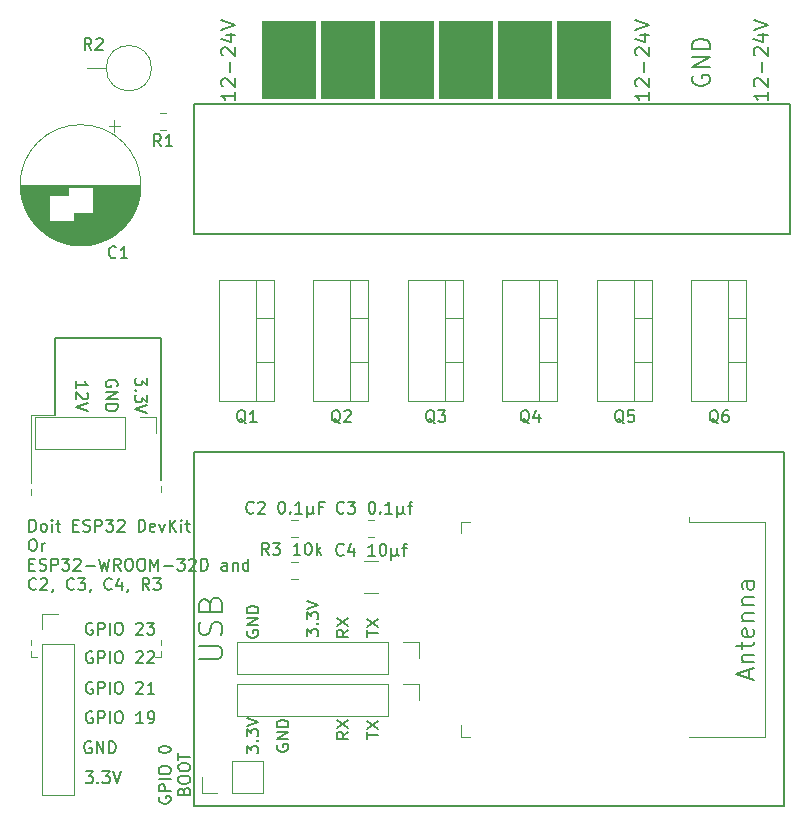
<source format=gbr>
%TF.GenerationSoftware,KiCad,Pcbnew,(5.1.7)-1*%
%TF.CreationDate,2020-11-01T18:23:12+02:00*%
%TF.ProjectId,esp32_mc_dimmer,65737033-325f-46d6-935f-64696d6d6572,rev?*%
%TF.SameCoordinates,Original*%
%TF.FileFunction,Legend,Top*%
%TF.FilePolarity,Positive*%
%FSLAX46Y46*%
G04 Gerber Fmt 4.6, Leading zero omitted, Abs format (unit mm)*
G04 Created by KiCad (PCBNEW (5.1.7)-1) date 2020-11-01 18:23:12*
%MOMM*%
%LPD*%
G01*
G04 APERTURE LIST*
%ADD10C,0.160000*%
%ADD11C,0.150000*%
%ADD12C,0.200000*%
%ADD13C,0.100000*%
%ADD14C,0.120000*%
G04 APERTURE END LIST*
D10*
X187105857Y-74002571D02*
X187105857Y-74688285D01*
X187105857Y-74345428D02*
X185905857Y-74345428D01*
X186077285Y-74459714D01*
X186191571Y-74574000D01*
X186248714Y-74688285D01*
X186020142Y-73545428D02*
X185963000Y-73488285D01*
X185905857Y-73374000D01*
X185905857Y-73088285D01*
X185963000Y-72974000D01*
X186020142Y-72916857D01*
X186134428Y-72859714D01*
X186248714Y-72859714D01*
X186420142Y-72916857D01*
X187105857Y-73602571D01*
X187105857Y-72859714D01*
X186648714Y-72345428D02*
X186648714Y-71431142D01*
X186020142Y-70916857D02*
X185963000Y-70859714D01*
X185905857Y-70745428D01*
X185905857Y-70459714D01*
X185963000Y-70345428D01*
X186020142Y-70288285D01*
X186134428Y-70231142D01*
X186248714Y-70231142D01*
X186420142Y-70288285D01*
X187105857Y-70974000D01*
X187105857Y-70231142D01*
X186305857Y-69202571D02*
X187105857Y-69202571D01*
X185848714Y-69488285D02*
X186705857Y-69774000D01*
X186705857Y-69031142D01*
X185905857Y-68745428D02*
X187105857Y-68345428D01*
X185905857Y-67945428D01*
X177072857Y-74002571D02*
X177072857Y-74688285D01*
X177072857Y-74345428D02*
X175872857Y-74345428D01*
X176044285Y-74459714D01*
X176158571Y-74574000D01*
X176215714Y-74688285D01*
X175987142Y-73545428D02*
X175930000Y-73488285D01*
X175872857Y-73374000D01*
X175872857Y-73088285D01*
X175930000Y-72974000D01*
X175987142Y-72916857D01*
X176101428Y-72859714D01*
X176215714Y-72859714D01*
X176387142Y-72916857D01*
X177072857Y-73602571D01*
X177072857Y-72859714D01*
X176615714Y-72345428D02*
X176615714Y-71431142D01*
X175987142Y-70916857D02*
X175930000Y-70859714D01*
X175872857Y-70745428D01*
X175872857Y-70459714D01*
X175930000Y-70345428D01*
X175987142Y-70288285D01*
X176101428Y-70231142D01*
X176215714Y-70231142D01*
X176387142Y-70288285D01*
X177072857Y-70974000D01*
X177072857Y-70231142D01*
X176272857Y-69202571D02*
X177072857Y-69202571D01*
X175815714Y-69488285D02*
X176672857Y-69774000D01*
X176672857Y-69031142D01*
X175872857Y-68745428D02*
X177072857Y-68345428D01*
X175872857Y-67945428D01*
X142020857Y-74002571D02*
X142020857Y-74688285D01*
X142020857Y-74345428D02*
X140820857Y-74345428D01*
X140992285Y-74459714D01*
X141106571Y-74574000D01*
X141163714Y-74688285D01*
X140935142Y-73545428D02*
X140878000Y-73488285D01*
X140820857Y-73374000D01*
X140820857Y-73088285D01*
X140878000Y-72974000D01*
X140935142Y-72916857D01*
X141049428Y-72859714D01*
X141163714Y-72859714D01*
X141335142Y-72916857D01*
X142020857Y-73602571D01*
X142020857Y-72859714D01*
X141563714Y-72345428D02*
X141563714Y-71431142D01*
X140935142Y-70916857D02*
X140878000Y-70859714D01*
X140820857Y-70745428D01*
X140820857Y-70459714D01*
X140878000Y-70345428D01*
X140935142Y-70288285D01*
X141049428Y-70231142D01*
X141163714Y-70231142D01*
X141335142Y-70288285D01*
X142020857Y-70974000D01*
X142020857Y-70231142D01*
X141220857Y-69202571D02*
X142020857Y-69202571D01*
X140763714Y-69488285D02*
X141620857Y-69774000D01*
X141620857Y-69031142D01*
X140820857Y-68745428D02*
X142020857Y-68345428D01*
X140820857Y-67945428D01*
D11*
X151582380Y-119546666D02*
X151106190Y-119880000D01*
X151582380Y-120118095D02*
X150582380Y-120118095D01*
X150582380Y-119737142D01*
X150630000Y-119641904D01*
X150677619Y-119594285D01*
X150772857Y-119546666D01*
X150915714Y-119546666D01*
X151010952Y-119594285D01*
X151058571Y-119641904D01*
X151106190Y-119737142D01*
X151106190Y-120118095D01*
X150582380Y-119213333D02*
X151582380Y-118546666D01*
X150582380Y-118546666D02*
X151582380Y-119213333D01*
X143010000Y-119633904D02*
X142962380Y-119729142D01*
X142962380Y-119872000D01*
X143010000Y-120014857D01*
X143105238Y-120110095D01*
X143200476Y-120157714D01*
X143390952Y-120205333D01*
X143533809Y-120205333D01*
X143724285Y-120157714D01*
X143819523Y-120110095D01*
X143914761Y-120014857D01*
X143962380Y-119872000D01*
X143962380Y-119776761D01*
X143914761Y-119633904D01*
X143867142Y-119586285D01*
X143533809Y-119586285D01*
X143533809Y-119776761D01*
X143962380Y-119157714D02*
X142962380Y-119157714D01*
X143962380Y-118586285D01*
X142962380Y-118586285D01*
X143962380Y-118110095D02*
X142962380Y-118110095D01*
X142962380Y-117872000D01*
X143010000Y-117729142D01*
X143105238Y-117633904D01*
X143200476Y-117586285D01*
X143390952Y-117538666D01*
X143533809Y-117538666D01*
X143724285Y-117586285D01*
X143819523Y-117633904D01*
X143914761Y-117729142D01*
X143962380Y-117872000D01*
X143962380Y-118110095D01*
X153122380Y-120141904D02*
X153122380Y-119570476D01*
X154122380Y-119856190D02*
X153122380Y-119856190D01*
X153122380Y-119332380D02*
X154122380Y-118665714D01*
X153122380Y-118665714D02*
X154122380Y-119332380D01*
X148042380Y-120094190D02*
X148042380Y-119475142D01*
X148423333Y-119808476D01*
X148423333Y-119665619D01*
X148470952Y-119570380D01*
X148518571Y-119522761D01*
X148613809Y-119475142D01*
X148851904Y-119475142D01*
X148947142Y-119522761D01*
X148994761Y-119570380D01*
X149042380Y-119665619D01*
X149042380Y-119951333D01*
X148994761Y-120046571D01*
X148947142Y-120094190D01*
X148947142Y-119046571D02*
X148994761Y-118998952D01*
X149042380Y-119046571D01*
X148994761Y-119094190D01*
X148947142Y-119046571D01*
X149042380Y-119046571D01*
X148042380Y-118665619D02*
X148042380Y-118046571D01*
X148423333Y-118379904D01*
X148423333Y-118237047D01*
X148470952Y-118141809D01*
X148518571Y-118094190D01*
X148613809Y-118046571D01*
X148851904Y-118046571D01*
X148947142Y-118094190D01*
X148994761Y-118141809D01*
X149042380Y-118237047D01*
X149042380Y-118522761D01*
X148994761Y-118618000D01*
X148947142Y-118665619D01*
X148042380Y-117760857D02*
X149042380Y-117427523D01*
X148042380Y-117094190D01*
D12*
X185500000Y-123642857D02*
X185500000Y-122928571D01*
X185928571Y-123785714D02*
X184428571Y-123285714D01*
X185928571Y-122785714D01*
X184928571Y-122285714D02*
X185928571Y-122285714D01*
X185071428Y-122285714D02*
X185000000Y-122214285D01*
X184928571Y-122071428D01*
X184928571Y-121857142D01*
X185000000Y-121714285D01*
X185142857Y-121642857D01*
X185928571Y-121642857D01*
X184928571Y-121142857D02*
X184928571Y-120571428D01*
X184428571Y-120928571D02*
X185714285Y-120928571D01*
X185857142Y-120857142D01*
X185928571Y-120714285D01*
X185928571Y-120571428D01*
X185857142Y-119500000D02*
X185928571Y-119642857D01*
X185928571Y-119928571D01*
X185857142Y-120071428D01*
X185714285Y-120142857D01*
X185142857Y-120142857D01*
X185000000Y-120071428D01*
X184928571Y-119928571D01*
X184928571Y-119642857D01*
X185000000Y-119500000D01*
X185142857Y-119428571D01*
X185285714Y-119428571D01*
X185428571Y-120142857D01*
X184928571Y-118785714D02*
X185928571Y-118785714D01*
X185071428Y-118785714D02*
X185000000Y-118714285D01*
X184928571Y-118571428D01*
X184928571Y-118357142D01*
X185000000Y-118214285D01*
X185142857Y-118142857D01*
X185928571Y-118142857D01*
X184928571Y-117428571D02*
X185928571Y-117428571D01*
X185071428Y-117428571D02*
X185000000Y-117357142D01*
X184928571Y-117214285D01*
X184928571Y-117000000D01*
X185000000Y-116857142D01*
X185142857Y-116785714D01*
X185928571Y-116785714D01*
X185928571Y-115428571D02*
X185142857Y-115428571D01*
X185000000Y-115500000D01*
X184928571Y-115642857D01*
X184928571Y-115928571D01*
X185000000Y-116071428D01*
X185857142Y-115428571D02*
X185928571Y-115571428D01*
X185928571Y-115928571D01*
X185857142Y-116071428D01*
X185714285Y-116142857D01*
X185571428Y-116142857D01*
X185428571Y-116071428D01*
X185357142Y-115928571D01*
X185357142Y-115571428D01*
X185285714Y-115428571D01*
D11*
X124585595Y-111227380D02*
X124585595Y-110227380D01*
X124823690Y-110227380D01*
X124966547Y-110275000D01*
X125061785Y-110370238D01*
X125109404Y-110465476D01*
X125157023Y-110655952D01*
X125157023Y-110798809D01*
X125109404Y-110989285D01*
X125061785Y-111084523D01*
X124966547Y-111179761D01*
X124823690Y-111227380D01*
X124585595Y-111227380D01*
X125728452Y-111227380D02*
X125633214Y-111179761D01*
X125585595Y-111132142D01*
X125537976Y-111036904D01*
X125537976Y-110751190D01*
X125585595Y-110655952D01*
X125633214Y-110608333D01*
X125728452Y-110560714D01*
X125871309Y-110560714D01*
X125966547Y-110608333D01*
X126014166Y-110655952D01*
X126061785Y-110751190D01*
X126061785Y-111036904D01*
X126014166Y-111132142D01*
X125966547Y-111179761D01*
X125871309Y-111227380D01*
X125728452Y-111227380D01*
X126490357Y-111227380D02*
X126490357Y-110560714D01*
X126490357Y-110227380D02*
X126442738Y-110275000D01*
X126490357Y-110322619D01*
X126537976Y-110275000D01*
X126490357Y-110227380D01*
X126490357Y-110322619D01*
X126823690Y-110560714D02*
X127204642Y-110560714D01*
X126966547Y-110227380D02*
X126966547Y-111084523D01*
X127014166Y-111179761D01*
X127109404Y-111227380D01*
X127204642Y-111227380D01*
X128299880Y-110703571D02*
X128633214Y-110703571D01*
X128776071Y-111227380D02*
X128299880Y-111227380D01*
X128299880Y-110227380D01*
X128776071Y-110227380D01*
X129157023Y-111179761D02*
X129299880Y-111227380D01*
X129537976Y-111227380D01*
X129633214Y-111179761D01*
X129680833Y-111132142D01*
X129728452Y-111036904D01*
X129728452Y-110941666D01*
X129680833Y-110846428D01*
X129633214Y-110798809D01*
X129537976Y-110751190D01*
X129347500Y-110703571D01*
X129252261Y-110655952D01*
X129204642Y-110608333D01*
X129157023Y-110513095D01*
X129157023Y-110417857D01*
X129204642Y-110322619D01*
X129252261Y-110275000D01*
X129347500Y-110227380D01*
X129585595Y-110227380D01*
X129728452Y-110275000D01*
X130157023Y-111227380D02*
X130157023Y-110227380D01*
X130537976Y-110227380D01*
X130633214Y-110275000D01*
X130680833Y-110322619D01*
X130728452Y-110417857D01*
X130728452Y-110560714D01*
X130680833Y-110655952D01*
X130633214Y-110703571D01*
X130537976Y-110751190D01*
X130157023Y-110751190D01*
X131061785Y-110227380D02*
X131680833Y-110227380D01*
X131347500Y-110608333D01*
X131490357Y-110608333D01*
X131585595Y-110655952D01*
X131633214Y-110703571D01*
X131680833Y-110798809D01*
X131680833Y-111036904D01*
X131633214Y-111132142D01*
X131585595Y-111179761D01*
X131490357Y-111227380D01*
X131204642Y-111227380D01*
X131109404Y-111179761D01*
X131061785Y-111132142D01*
X132061785Y-110322619D02*
X132109404Y-110275000D01*
X132204642Y-110227380D01*
X132442738Y-110227380D01*
X132537976Y-110275000D01*
X132585595Y-110322619D01*
X132633214Y-110417857D01*
X132633214Y-110513095D01*
X132585595Y-110655952D01*
X132014166Y-111227380D01*
X132633214Y-111227380D01*
X133823690Y-111227380D02*
X133823690Y-110227380D01*
X134061785Y-110227380D01*
X134204642Y-110275000D01*
X134299880Y-110370238D01*
X134347500Y-110465476D01*
X134395119Y-110655952D01*
X134395119Y-110798809D01*
X134347500Y-110989285D01*
X134299880Y-111084523D01*
X134204642Y-111179761D01*
X134061785Y-111227380D01*
X133823690Y-111227380D01*
X135204642Y-111179761D02*
X135109404Y-111227380D01*
X134918928Y-111227380D01*
X134823690Y-111179761D01*
X134776071Y-111084523D01*
X134776071Y-110703571D01*
X134823690Y-110608333D01*
X134918928Y-110560714D01*
X135109404Y-110560714D01*
X135204642Y-110608333D01*
X135252261Y-110703571D01*
X135252261Y-110798809D01*
X134776071Y-110894047D01*
X135585595Y-110560714D02*
X135823690Y-111227380D01*
X136061785Y-110560714D01*
X136442738Y-111227380D02*
X136442738Y-110227380D01*
X137014166Y-111227380D02*
X136585595Y-110655952D01*
X137014166Y-110227380D02*
X136442738Y-110798809D01*
X137442738Y-111227380D02*
X137442738Y-110560714D01*
X137442738Y-110227380D02*
X137395119Y-110275000D01*
X137442738Y-110322619D01*
X137490357Y-110275000D01*
X137442738Y-110227380D01*
X137442738Y-110322619D01*
X137776071Y-110560714D02*
X138157023Y-110560714D01*
X137918928Y-110227380D02*
X137918928Y-111084523D01*
X137966547Y-111179761D01*
X138061785Y-111227380D01*
X138157023Y-111227380D01*
X124776071Y-111877380D02*
X124966547Y-111877380D01*
X125061785Y-111925000D01*
X125157023Y-112020238D01*
X125204642Y-112210714D01*
X125204642Y-112544047D01*
X125157023Y-112734523D01*
X125061785Y-112829761D01*
X124966547Y-112877380D01*
X124776071Y-112877380D01*
X124680833Y-112829761D01*
X124585595Y-112734523D01*
X124537976Y-112544047D01*
X124537976Y-112210714D01*
X124585595Y-112020238D01*
X124680833Y-111925000D01*
X124776071Y-111877380D01*
X125633214Y-112877380D02*
X125633214Y-112210714D01*
X125633214Y-112401190D02*
X125680833Y-112305952D01*
X125728452Y-112258333D01*
X125823690Y-112210714D01*
X125918928Y-112210714D01*
X124585595Y-114003571D02*
X124918928Y-114003571D01*
X125061785Y-114527380D02*
X124585595Y-114527380D01*
X124585595Y-113527380D01*
X125061785Y-113527380D01*
X125442738Y-114479761D02*
X125585595Y-114527380D01*
X125823690Y-114527380D01*
X125918928Y-114479761D01*
X125966547Y-114432142D01*
X126014166Y-114336904D01*
X126014166Y-114241666D01*
X125966547Y-114146428D01*
X125918928Y-114098809D01*
X125823690Y-114051190D01*
X125633214Y-114003571D01*
X125537976Y-113955952D01*
X125490357Y-113908333D01*
X125442738Y-113813095D01*
X125442738Y-113717857D01*
X125490357Y-113622619D01*
X125537976Y-113575000D01*
X125633214Y-113527380D01*
X125871309Y-113527380D01*
X126014166Y-113575000D01*
X126442738Y-114527380D02*
X126442738Y-113527380D01*
X126823690Y-113527380D01*
X126918928Y-113575000D01*
X126966547Y-113622619D01*
X127014166Y-113717857D01*
X127014166Y-113860714D01*
X126966547Y-113955952D01*
X126918928Y-114003571D01*
X126823690Y-114051190D01*
X126442738Y-114051190D01*
X127347500Y-113527380D02*
X127966547Y-113527380D01*
X127633214Y-113908333D01*
X127776071Y-113908333D01*
X127871309Y-113955952D01*
X127918928Y-114003571D01*
X127966547Y-114098809D01*
X127966547Y-114336904D01*
X127918928Y-114432142D01*
X127871309Y-114479761D01*
X127776071Y-114527380D01*
X127490357Y-114527380D01*
X127395119Y-114479761D01*
X127347500Y-114432142D01*
X128347500Y-113622619D02*
X128395119Y-113575000D01*
X128490357Y-113527380D01*
X128728452Y-113527380D01*
X128823690Y-113575000D01*
X128871309Y-113622619D01*
X128918928Y-113717857D01*
X128918928Y-113813095D01*
X128871309Y-113955952D01*
X128299880Y-114527380D01*
X128918928Y-114527380D01*
X129347500Y-114146428D02*
X130109404Y-114146428D01*
X130490357Y-113527380D02*
X130728452Y-114527380D01*
X130918928Y-113813095D01*
X131109404Y-114527380D01*
X131347500Y-113527380D01*
X132299880Y-114527380D02*
X131966547Y-114051190D01*
X131728452Y-114527380D02*
X131728452Y-113527380D01*
X132109404Y-113527380D01*
X132204642Y-113575000D01*
X132252261Y-113622619D01*
X132299880Y-113717857D01*
X132299880Y-113860714D01*
X132252261Y-113955952D01*
X132204642Y-114003571D01*
X132109404Y-114051190D01*
X131728452Y-114051190D01*
X132918928Y-113527380D02*
X133109404Y-113527380D01*
X133204642Y-113575000D01*
X133299880Y-113670238D01*
X133347500Y-113860714D01*
X133347500Y-114194047D01*
X133299880Y-114384523D01*
X133204642Y-114479761D01*
X133109404Y-114527380D01*
X132918928Y-114527380D01*
X132823690Y-114479761D01*
X132728452Y-114384523D01*
X132680833Y-114194047D01*
X132680833Y-113860714D01*
X132728452Y-113670238D01*
X132823690Y-113575000D01*
X132918928Y-113527380D01*
X133966547Y-113527380D02*
X134157023Y-113527380D01*
X134252261Y-113575000D01*
X134347500Y-113670238D01*
X134395119Y-113860714D01*
X134395119Y-114194047D01*
X134347500Y-114384523D01*
X134252261Y-114479761D01*
X134157023Y-114527380D01*
X133966547Y-114527380D01*
X133871309Y-114479761D01*
X133776071Y-114384523D01*
X133728452Y-114194047D01*
X133728452Y-113860714D01*
X133776071Y-113670238D01*
X133871309Y-113575000D01*
X133966547Y-113527380D01*
X134823690Y-114527380D02*
X134823690Y-113527380D01*
X135157023Y-114241666D01*
X135490357Y-113527380D01*
X135490357Y-114527380D01*
X135966547Y-114146428D02*
X136728452Y-114146428D01*
X137109404Y-113527380D02*
X137728452Y-113527380D01*
X137395119Y-113908333D01*
X137537976Y-113908333D01*
X137633214Y-113955952D01*
X137680833Y-114003571D01*
X137728452Y-114098809D01*
X137728452Y-114336904D01*
X137680833Y-114432142D01*
X137633214Y-114479761D01*
X137537976Y-114527380D01*
X137252261Y-114527380D01*
X137157023Y-114479761D01*
X137109404Y-114432142D01*
X138109404Y-113622619D02*
X138157023Y-113575000D01*
X138252261Y-113527380D01*
X138490357Y-113527380D01*
X138585595Y-113575000D01*
X138633214Y-113622619D01*
X138680833Y-113717857D01*
X138680833Y-113813095D01*
X138633214Y-113955952D01*
X138061785Y-114527380D01*
X138680833Y-114527380D01*
X139109404Y-114527380D02*
X139109404Y-113527380D01*
X139347500Y-113527380D01*
X139490357Y-113575000D01*
X139585595Y-113670238D01*
X139633214Y-113765476D01*
X139680833Y-113955952D01*
X139680833Y-114098809D01*
X139633214Y-114289285D01*
X139585595Y-114384523D01*
X139490357Y-114479761D01*
X139347500Y-114527380D01*
X139109404Y-114527380D01*
X141299880Y-114527380D02*
X141299880Y-114003571D01*
X141252261Y-113908333D01*
X141157023Y-113860714D01*
X140966547Y-113860714D01*
X140871309Y-113908333D01*
X141299880Y-114479761D02*
X141204642Y-114527380D01*
X140966547Y-114527380D01*
X140871309Y-114479761D01*
X140823690Y-114384523D01*
X140823690Y-114289285D01*
X140871309Y-114194047D01*
X140966547Y-114146428D01*
X141204642Y-114146428D01*
X141299880Y-114098809D01*
X141776071Y-113860714D02*
X141776071Y-114527380D01*
X141776071Y-113955952D02*
X141823690Y-113908333D01*
X141918928Y-113860714D01*
X142061785Y-113860714D01*
X142157023Y-113908333D01*
X142204642Y-114003571D01*
X142204642Y-114527380D01*
X143109404Y-114527380D02*
X143109404Y-113527380D01*
X143109404Y-114479761D02*
X143014166Y-114527380D01*
X142823690Y-114527380D01*
X142728452Y-114479761D01*
X142680833Y-114432142D01*
X142633214Y-114336904D01*
X142633214Y-114051190D01*
X142680833Y-113955952D01*
X142728452Y-113908333D01*
X142823690Y-113860714D01*
X143014166Y-113860714D01*
X143109404Y-113908333D01*
X125157023Y-116082142D02*
X125109404Y-116129761D01*
X124966547Y-116177380D01*
X124871309Y-116177380D01*
X124728452Y-116129761D01*
X124633214Y-116034523D01*
X124585595Y-115939285D01*
X124537976Y-115748809D01*
X124537976Y-115605952D01*
X124585595Y-115415476D01*
X124633214Y-115320238D01*
X124728452Y-115225000D01*
X124871309Y-115177380D01*
X124966547Y-115177380D01*
X125109404Y-115225000D01*
X125157023Y-115272619D01*
X125537976Y-115272619D02*
X125585595Y-115225000D01*
X125680833Y-115177380D01*
X125918928Y-115177380D01*
X126014166Y-115225000D01*
X126061785Y-115272619D01*
X126109404Y-115367857D01*
X126109404Y-115463095D01*
X126061785Y-115605952D01*
X125490357Y-116177380D01*
X126109404Y-116177380D01*
X126585595Y-116129761D02*
X126585595Y-116177380D01*
X126537976Y-116272619D01*
X126490357Y-116320238D01*
X128347500Y-116082142D02*
X128299880Y-116129761D01*
X128157023Y-116177380D01*
X128061785Y-116177380D01*
X127918928Y-116129761D01*
X127823690Y-116034523D01*
X127776071Y-115939285D01*
X127728452Y-115748809D01*
X127728452Y-115605952D01*
X127776071Y-115415476D01*
X127823690Y-115320238D01*
X127918928Y-115225000D01*
X128061785Y-115177380D01*
X128157023Y-115177380D01*
X128299880Y-115225000D01*
X128347500Y-115272619D01*
X128680833Y-115177380D02*
X129299880Y-115177380D01*
X128966547Y-115558333D01*
X129109404Y-115558333D01*
X129204642Y-115605952D01*
X129252261Y-115653571D01*
X129299880Y-115748809D01*
X129299880Y-115986904D01*
X129252261Y-116082142D01*
X129204642Y-116129761D01*
X129109404Y-116177380D01*
X128823690Y-116177380D01*
X128728452Y-116129761D01*
X128680833Y-116082142D01*
X129776071Y-116129761D02*
X129776071Y-116177380D01*
X129728452Y-116272619D01*
X129680833Y-116320238D01*
X131537976Y-116082142D02*
X131490357Y-116129761D01*
X131347500Y-116177380D01*
X131252261Y-116177380D01*
X131109404Y-116129761D01*
X131014166Y-116034523D01*
X130966547Y-115939285D01*
X130918928Y-115748809D01*
X130918928Y-115605952D01*
X130966547Y-115415476D01*
X131014166Y-115320238D01*
X131109404Y-115225000D01*
X131252261Y-115177380D01*
X131347500Y-115177380D01*
X131490357Y-115225000D01*
X131537976Y-115272619D01*
X132395119Y-115510714D02*
X132395119Y-116177380D01*
X132157023Y-115129761D02*
X131918928Y-115844047D01*
X132537976Y-115844047D01*
X132966547Y-116129761D02*
X132966547Y-116177380D01*
X132918928Y-116272619D01*
X132871309Y-116320238D01*
X134728452Y-116177380D02*
X134395119Y-115701190D01*
X134157023Y-116177380D02*
X134157023Y-115177380D01*
X134537976Y-115177380D01*
X134633214Y-115225000D01*
X134680833Y-115272619D01*
X134728452Y-115367857D01*
X134728452Y-115510714D01*
X134680833Y-115605952D01*
X134633214Y-115653571D01*
X134537976Y-115701190D01*
X134157023Y-115701190D01*
X135061785Y-115177380D02*
X135680833Y-115177380D01*
X135347500Y-115558333D01*
X135490357Y-115558333D01*
X135585595Y-115605952D01*
X135633214Y-115653571D01*
X135680833Y-115748809D01*
X135680833Y-115986904D01*
X135633214Y-116082142D01*
X135585595Y-116129761D01*
X135490357Y-116177380D01*
X135204642Y-116177380D01*
X135109404Y-116129761D01*
X135061785Y-116082142D01*
X135581000Y-133683142D02*
X135533380Y-133778380D01*
X135533380Y-133921238D01*
X135581000Y-134064095D01*
X135676238Y-134159333D01*
X135771476Y-134206952D01*
X135961952Y-134254571D01*
X136104809Y-134254571D01*
X136295285Y-134206952D01*
X136390523Y-134159333D01*
X136485761Y-134064095D01*
X136533380Y-133921238D01*
X136533380Y-133826000D01*
X136485761Y-133683142D01*
X136438142Y-133635523D01*
X136104809Y-133635523D01*
X136104809Y-133826000D01*
X136533380Y-133206952D02*
X135533380Y-133206952D01*
X135533380Y-132826000D01*
X135581000Y-132730761D01*
X135628619Y-132683142D01*
X135723857Y-132635523D01*
X135866714Y-132635523D01*
X135961952Y-132683142D01*
X136009571Y-132730761D01*
X136057190Y-132826000D01*
X136057190Y-133206952D01*
X136533380Y-132206952D02*
X135533380Y-132206952D01*
X135533380Y-131540285D02*
X135533380Y-131349809D01*
X135581000Y-131254571D01*
X135676238Y-131159333D01*
X135866714Y-131111714D01*
X136200047Y-131111714D01*
X136390523Y-131159333D01*
X136485761Y-131254571D01*
X136533380Y-131349809D01*
X136533380Y-131540285D01*
X136485761Y-131635523D01*
X136390523Y-131730761D01*
X136200047Y-131778380D01*
X135866714Y-131778380D01*
X135676238Y-131730761D01*
X135581000Y-131635523D01*
X135533380Y-131540285D01*
X135533380Y-129730761D02*
X135533380Y-129635523D01*
X135581000Y-129540285D01*
X135628619Y-129492666D01*
X135723857Y-129445047D01*
X135914333Y-129397428D01*
X136152428Y-129397428D01*
X136342904Y-129445047D01*
X136438142Y-129492666D01*
X136485761Y-129540285D01*
X136533380Y-129635523D01*
X136533380Y-129730761D01*
X136485761Y-129826000D01*
X136438142Y-129873619D01*
X136342904Y-129921238D01*
X136152428Y-129968857D01*
X135914333Y-129968857D01*
X135723857Y-129921238D01*
X135628619Y-129873619D01*
X135581000Y-129826000D01*
X135533380Y-129730761D01*
X137659571Y-133183142D02*
X137707190Y-133040285D01*
X137754809Y-132992666D01*
X137850047Y-132945047D01*
X137992904Y-132945047D01*
X138088142Y-132992666D01*
X138135761Y-133040285D01*
X138183380Y-133135523D01*
X138183380Y-133516476D01*
X137183380Y-133516476D01*
X137183380Y-133183142D01*
X137231000Y-133087904D01*
X137278619Y-133040285D01*
X137373857Y-132992666D01*
X137469095Y-132992666D01*
X137564333Y-133040285D01*
X137611952Y-133087904D01*
X137659571Y-133183142D01*
X137659571Y-133516476D01*
X137183380Y-132326000D02*
X137183380Y-132135523D01*
X137231000Y-132040285D01*
X137326238Y-131945047D01*
X137516714Y-131897428D01*
X137850047Y-131897428D01*
X138040523Y-131945047D01*
X138135761Y-132040285D01*
X138183380Y-132135523D01*
X138183380Y-132326000D01*
X138135761Y-132421238D01*
X138040523Y-132516476D01*
X137850047Y-132564095D01*
X137516714Y-132564095D01*
X137326238Y-132516476D01*
X137231000Y-132421238D01*
X137183380Y-132326000D01*
X137183380Y-131278380D02*
X137183380Y-131087904D01*
X137231000Y-130992666D01*
X137326238Y-130897428D01*
X137516714Y-130849809D01*
X137850047Y-130849809D01*
X138040523Y-130897428D01*
X138135761Y-130992666D01*
X138183380Y-131087904D01*
X138183380Y-131278380D01*
X138135761Y-131373619D01*
X138040523Y-131468857D01*
X137850047Y-131516476D01*
X137516714Y-131516476D01*
X137326238Y-131468857D01*
X137231000Y-131373619D01*
X137183380Y-131278380D01*
X137183380Y-130564095D02*
X137183380Y-129992666D01*
X138183380Y-130278380D02*
X137183380Y-130278380D01*
X142962380Y-130000190D02*
X142962380Y-129381142D01*
X143343333Y-129714476D01*
X143343333Y-129571619D01*
X143390952Y-129476380D01*
X143438571Y-129428761D01*
X143533809Y-129381142D01*
X143771904Y-129381142D01*
X143867142Y-129428761D01*
X143914761Y-129476380D01*
X143962380Y-129571619D01*
X143962380Y-129857333D01*
X143914761Y-129952571D01*
X143867142Y-130000190D01*
X143867142Y-128952571D02*
X143914761Y-128904952D01*
X143962380Y-128952571D01*
X143914761Y-129000190D01*
X143867142Y-128952571D01*
X143962380Y-128952571D01*
X142962380Y-128571619D02*
X142962380Y-127952571D01*
X143343333Y-128285904D01*
X143343333Y-128143047D01*
X143390952Y-128047809D01*
X143438571Y-128000190D01*
X143533809Y-127952571D01*
X143771904Y-127952571D01*
X143867142Y-128000190D01*
X143914761Y-128047809D01*
X143962380Y-128143047D01*
X143962380Y-128428761D01*
X143914761Y-128524000D01*
X143867142Y-128571619D01*
X142962380Y-127666857D02*
X143962380Y-127333523D01*
X142962380Y-127000190D01*
X145550000Y-129285904D02*
X145502380Y-129381142D01*
X145502380Y-129524000D01*
X145550000Y-129666857D01*
X145645238Y-129762095D01*
X145740476Y-129809714D01*
X145930952Y-129857333D01*
X146073809Y-129857333D01*
X146264285Y-129809714D01*
X146359523Y-129762095D01*
X146454761Y-129666857D01*
X146502380Y-129524000D01*
X146502380Y-129428761D01*
X146454761Y-129285904D01*
X146407142Y-129238285D01*
X146073809Y-129238285D01*
X146073809Y-129428761D01*
X146502380Y-128809714D02*
X145502380Y-128809714D01*
X146502380Y-128238285D01*
X145502380Y-128238285D01*
X146502380Y-127762095D02*
X145502380Y-127762095D01*
X145502380Y-127524000D01*
X145550000Y-127381142D01*
X145645238Y-127285904D01*
X145740476Y-127238285D01*
X145930952Y-127190666D01*
X146073809Y-127190666D01*
X146264285Y-127238285D01*
X146359523Y-127285904D01*
X146454761Y-127381142D01*
X146502380Y-127524000D01*
X146502380Y-127762095D01*
X151582380Y-128182666D02*
X151106190Y-128516000D01*
X151582380Y-128754095D02*
X150582380Y-128754095D01*
X150582380Y-128373142D01*
X150630000Y-128277904D01*
X150677619Y-128230285D01*
X150772857Y-128182666D01*
X150915714Y-128182666D01*
X151010952Y-128230285D01*
X151058571Y-128277904D01*
X151106190Y-128373142D01*
X151106190Y-128754095D01*
X150582380Y-127849333D02*
X151582380Y-127182666D01*
X150582380Y-127182666D02*
X151582380Y-127849333D01*
X153122380Y-128777904D02*
X153122380Y-128206476D01*
X154122380Y-128492190D02*
X153122380Y-128492190D01*
X153122380Y-127968380D02*
X154122380Y-127301714D01*
X153122380Y-127301714D02*
X154122380Y-127968380D01*
D12*
X138904761Y-122023809D02*
X140523809Y-122023809D01*
X140714285Y-121928571D01*
X140809523Y-121833333D01*
X140904761Y-121642857D01*
X140904761Y-121261904D01*
X140809523Y-121071428D01*
X140714285Y-120976190D01*
X140523809Y-120880952D01*
X138904761Y-120880952D01*
X140809523Y-120023809D02*
X140904761Y-119738095D01*
X140904761Y-119261904D01*
X140809523Y-119071428D01*
X140714285Y-118976190D01*
X140523809Y-118880952D01*
X140333333Y-118880952D01*
X140142857Y-118976190D01*
X140047619Y-119071428D01*
X139952380Y-119261904D01*
X139857142Y-119642857D01*
X139761904Y-119833333D01*
X139666666Y-119928571D01*
X139476190Y-120023809D01*
X139285714Y-120023809D01*
X139095238Y-119928571D01*
X139000000Y-119833333D01*
X138904761Y-119642857D01*
X138904761Y-119166666D01*
X139000000Y-118880952D01*
X139857142Y-117357142D02*
X139952380Y-117071428D01*
X140047619Y-116976190D01*
X140238095Y-116880952D01*
X140523809Y-116880952D01*
X140714285Y-116976190D01*
X140809523Y-117071428D01*
X140904761Y-117261904D01*
X140904761Y-118023809D01*
X138904761Y-118023809D01*
X138904761Y-117357142D01*
X139000000Y-117166666D01*
X139095238Y-117071428D01*
X139285714Y-116976190D01*
X139476190Y-116976190D01*
X139666666Y-117071428D01*
X139761904Y-117166666D01*
X139857142Y-117357142D01*
X139857142Y-118023809D01*
D11*
X128547619Y-99075952D02*
X128547619Y-98504523D01*
X128547619Y-98790238D02*
X129547619Y-98790238D01*
X129404761Y-98695000D01*
X129309523Y-98599761D01*
X129261904Y-98504523D01*
X129452380Y-99456904D02*
X129500000Y-99504523D01*
X129547619Y-99599761D01*
X129547619Y-99837857D01*
X129500000Y-99933095D01*
X129452380Y-99980714D01*
X129357142Y-100028333D01*
X129261904Y-100028333D01*
X129119047Y-99980714D01*
X128547619Y-99409285D01*
X128547619Y-100028333D01*
X129547619Y-100314047D02*
X128547619Y-100647380D01*
X129547619Y-100980714D01*
X132000000Y-98933095D02*
X132047619Y-98837857D01*
X132047619Y-98695000D01*
X132000000Y-98552142D01*
X131904761Y-98456904D01*
X131809523Y-98409285D01*
X131619047Y-98361666D01*
X131476190Y-98361666D01*
X131285714Y-98409285D01*
X131190476Y-98456904D01*
X131095238Y-98552142D01*
X131047619Y-98695000D01*
X131047619Y-98790238D01*
X131095238Y-98933095D01*
X131142857Y-98980714D01*
X131476190Y-98980714D01*
X131476190Y-98790238D01*
X131047619Y-99409285D02*
X132047619Y-99409285D01*
X131047619Y-99980714D01*
X132047619Y-99980714D01*
X131047619Y-100456904D02*
X132047619Y-100456904D01*
X132047619Y-100695000D01*
X132000000Y-100837857D01*
X131904761Y-100933095D01*
X131809523Y-100980714D01*
X131619047Y-101028333D01*
X131476190Y-101028333D01*
X131285714Y-100980714D01*
X131190476Y-100933095D01*
X131095238Y-100837857D01*
X131047619Y-100695000D01*
X131047619Y-100456904D01*
X134532619Y-98218809D02*
X134532619Y-98837857D01*
X134151666Y-98504523D01*
X134151666Y-98647380D01*
X134104047Y-98742619D01*
X134056428Y-98790238D01*
X133961190Y-98837857D01*
X133723095Y-98837857D01*
X133627857Y-98790238D01*
X133580238Y-98742619D01*
X133532619Y-98647380D01*
X133532619Y-98361666D01*
X133580238Y-98266428D01*
X133627857Y-98218809D01*
X133627857Y-99266428D02*
X133580238Y-99314047D01*
X133532619Y-99266428D01*
X133580238Y-99218809D01*
X133627857Y-99266428D01*
X133532619Y-99266428D01*
X134532619Y-99647380D02*
X134532619Y-100266428D01*
X134151666Y-99933095D01*
X134151666Y-100075952D01*
X134104047Y-100171190D01*
X134056428Y-100218809D01*
X133961190Y-100266428D01*
X133723095Y-100266428D01*
X133627857Y-100218809D01*
X133580238Y-100171190D01*
X133532619Y-100075952D01*
X133532619Y-99790238D01*
X133580238Y-99695000D01*
X133627857Y-99647380D01*
X134532619Y-100552142D02*
X133532619Y-100885476D01*
X134532619Y-101218809D01*
X129333809Y-131532380D02*
X129952857Y-131532380D01*
X129619523Y-131913333D01*
X129762380Y-131913333D01*
X129857619Y-131960952D01*
X129905238Y-132008571D01*
X129952857Y-132103809D01*
X129952857Y-132341904D01*
X129905238Y-132437142D01*
X129857619Y-132484761D01*
X129762380Y-132532380D01*
X129476666Y-132532380D01*
X129381428Y-132484761D01*
X129333809Y-132437142D01*
X130381428Y-132437142D02*
X130429047Y-132484761D01*
X130381428Y-132532380D01*
X130333809Y-132484761D01*
X130381428Y-132437142D01*
X130381428Y-132532380D01*
X130762380Y-131532380D02*
X131381428Y-131532380D01*
X131048095Y-131913333D01*
X131190952Y-131913333D01*
X131286190Y-131960952D01*
X131333809Y-132008571D01*
X131381428Y-132103809D01*
X131381428Y-132341904D01*
X131333809Y-132437142D01*
X131286190Y-132484761D01*
X131190952Y-132532380D01*
X130905238Y-132532380D01*
X130810000Y-132484761D01*
X130762380Y-132437142D01*
X131667142Y-131532380D02*
X132000476Y-132532380D01*
X132333809Y-131532380D01*
X129794095Y-129040000D02*
X129698857Y-128992380D01*
X129556000Y-128992380D01*
X129413142Y-129040000D01*
X129317904Y-129135238D01*
X129270285Y-129230476D01*
X129222666Y-129420952D01*
X129222666Y-129563809D01*
X129270285Y-129754285D01*
X129317904Y-129849523D01*
X129413142Y-129944761D01*
X129556000Y-129992380D01*
X129651238Y-129992380D01*
X129794095Y-129944761D01*
X129841714Y-129897142D01*
X129841714Y-129563809D01*
X129651238Y-129563809D01*
X130270285Y-129992380D02*
X130270285Y-128992380D01*
X130841714Y-129992380D01*
X130841714Y-128992380D01*
X131317904Y-129992380D02*
X131317904Y-128992380D01*
X131556000Y-128992380D01*
X131698857Y-129040000D01*
X131794095Y-129135238D01*
X131841714Y-129230476D01*
X131889333Y-129420952D01*
X131889333Y-129563809D01*
X131841714Y-129754285D01*
X131794095Y-129849523D01*
X131698857Y-129944761D01*
X131556000Y-129992380D01*
X131317904Y-129992380D01*
X129912666Y-126500000D02*
X129817428Y-126452380D01*
X129674571Y-126452380D01*
X129531714Y-126500000D01*
X129436476Y-126595238D01*
X129388857Y-126690476D01*
X129341238Y-126880952D01*
X129341238Y-127023809D01*
X129388857Y-127214285D01*
X129436476Y-127309523D01*
X129531714Y-127404761D01*
X129674571Y-127452380D01*
X129769809Y-127452380D01*
X129912666Y-127404761D01*
X129960285Y-127357142D01*
X129960285Y-127023809D01*
X129769809Y-127023809D01*
X130388857Y-127452380D02*
X130388857Y-126452380D01*
X130769809Y-126452380D01*
X130865047Y-126500000D01*
X130912666Y-126547619D01*
X130960285Y-126642857D01*
X130960285Y-126785714D01*
X130912666Y-126880952D01*
X130865047Y-126928571D01*
X130769809Y-126976190D01*
X130388857Y-126976190D01*
X131388857Y-127452380D02*
X131388857Y-126452380D01*
X132055523Y-126452380D02*
X132246000Y-126452380D01*
X132341238Y-126500000D01*
X132436476Y-126595238D01*
X132484095Y-126785714D01*
X132484095Y-127119047D01*
X132436476Y-127309523D01*
X132341238Y-127404761D01*
X132246000Y-127452380D01*
X132055523Y-127452380D01*
X131960285Y-127404761D01*
X131865047Y-127309523D01*
X131817428Y-127119047D01*
X131817428Y-126785714D01*
X131865047Y-126595238D01*
X131960285Y-126500000D01*
X132055523Y-126452380D01*
X134198380Y-127452380D02*
X133626952Y-127452380D01*
X133912666Y-127452380D02*
X133912666Y-126452380D01*
X133817428Y-126595238D01*
X133722190Y-126690476D01*
X133626952Y-126738095D01*
X134674571Y-127452380D02*
X134865047Y-127452380D01*
X134960285Y-127404761D01*
X135007904Y-127357142D01*
X135103142Y-127214285D01*
X135150761Y-127023809D01*
X135150761Y-126642857D01*
X135103142Y-126547619D01*
X135055523Y-126500000D01*
X134960285Y-126452380D01*
X134769809Y-126452380D01*
X134674571Y-126500000D01*
X134626952Y-126547619D01*
X134579333Y-126642857D01*
X134579333Y-126880952D01*
X134626952Y-126976190D01*
X134674571Y-127023809D01*
X134769809Y-127071428D01*
X134960285Y-127071428D01*
X135055523Y-127023809D01*
X135103142Y-126976190D01*
X135150761Y-126880952D01*
X129912666Y-124000000D02*
X129817428Y-123952380D01*
X129674571Y-123952380D01*
X129531714Y-124000000D01*
X129436476Y-124095238D01*
X129388857Y-124190476D01*
X129341238Y-124380952D01*
X129341238Y-124523809D01*
X129388857Y-124714285D01*
X129436476Y-124809523D01*
X129531714Y-124904761D01*
X129674571Y-124952380D01*
X129769809Y-124952380D01*
X129912666Y-124904761D01*
X129960285Y-124857142D01*
X129960285Y-124523809D01*
X129769809Y-124523809D01*
X130388857Y-124952380D02*
X130388857Y-123952380D01*
X130769809Y-123952380D01*
X130865047Y-124000000D01*
X130912666Y-124047619D01*
X130960285Y-124142857D01*
X130960285Y-124285714D01*
X130912666Y-124380952D01*
X130865047Y-124428571D01*
X130769809Y-124476190D01*
X130388857Y-124476190D01*
X131388857Y-124952380D02*
X131388857Y-123952380D01*
X132055523Y-123952380D02*
X132246000Y-123952380D01*
X132341238Y-124000000D01*
X132436476Y-124095238D01*
X132484095Y-124285714D01*
X132484095Y-124619047D01*
X132436476Y-124809523D01*
X132341238Y-124904761D01*
X132246000Y-124952380D01*
X132055523Y-124952380D01*
X131960285Y-124904761D01*
X131865047Y-124809523D01*
X131817428Y-124619047D01*
X131817428Y-124285714D01*
X131865047Y-124095238D01*
X131960285Y-124000000D01*
X132055523Y-123952380D01*
X133626952Y-124047619D02*
X133674571Y-124000000D01*
X133769809Y-123952380D01*
X134007904Y-123952380D01*
X134103142Y-124000000D01*
X134150761Y-124047619D01*
X134198380Y-124142857D01*
X134198380Y-124238095D01*
X134150761Y-124380952D01*
X133579333Y-124952380D01*
X134198380Y-124952380D01*
X135150761Y-124952380D02*
X134579333Y-124952380D01*
X134865047Y-124952380D02*
X134865047Y-123952380D01*
X134769809Y-124095238D01*
X134674571Y-124190476D01*
X134579333Y-124238095D01*
X129912666Y-121420000D02*
X129817428Y-121372380D01*
X129674571Y-121372380D01*
X129531714Y-121420000D01*
X129436476Y-121515238D01*
X129388857Y-121610476D01*
X129341238Y-121800952D01*
X129341238Y-121943809D01*
X129388857Y-122134285D01*
X129436476Y-122229523D01*
X129531714Y-122324761D01*
X129674571Y-122372380D01*
X129769809Y-122372380D01*
X129912666Y-122324761D01*
X129960285Y-122277142D01*
X129960285Y-121943809D01*
X129769809Y-121943809D01*
X130388857Y-122372380D02*
X130388857Y-121372380D01*
X130769809Y-121372380D01*
X130865047Y-121420000D01*
X130912666Y-121467619D01*
X130960285Y-121562857D01*
X130960285Y-121705714D01*
X130912666Y-121800952D01*
X130865047Y-121848571D01*
X130769809Y-121896190D01*
X130388857Y-121896190D01*
X131388857Y-122372380D02*
X131388857Y-121372380D01*
X132055523Y-121372380D02*
X132246000Y-121372380D01*
X132341238Y-121420000D01*
X132436476Y-121515238D01*
X132484095Y-121705714D01*
X132484095Y-122039047D01*
X132436476Y-122229523D01*
X132341238Y-122324761D01*
X132246000Y-122372380D01*
X132055523Y-122372380D01*
X131960285Y-122324761D01*
X131865047Y-122229523D01*
X131817428Y-122039047D01*
X131817428Y-121705714D01*
X131865047Y-121515238D01*
X131960285Y-121420000D01*
X132055523Y-121372380D01*
X133626952Y-121467619D02*
X133674571Y-121420000D01*
X133769809Y-121372380D01*
X134007904Y-121372380D01*
X134103142Y-121420000D01*
X134150761Y-121467619D01*
X134198380Y-121562857D01*
X134198380Y-121658095D01*
X134150761Y-121800952D01*
X133579333Y-122372380D01*
X134198380Y-122372380D01*
X134579333Y-121467619D02*
X134626952Y-121420000D01*
X134722190Y-121372380D01*
X134960285Y-121372380D01*
X135055523Y-121420000D01*
X135103142Y-121467619D01*
X135150761Y-121562857D01*
X135150761Y-121658095D01*
X135103142Y-121800952D01*
X134531714Y-122372380D01*
X135150761Y-122372380D01*
X129912666Y-119000000D02*
X129817428Y-118952380D01*
X129674571Y-118952380D01*
X129531714Y-119000000D01*
X129436476Y-119095238D01*
X129388857Y-119190476D01*
X129341238Y-119380952D01*
X129341238Y-119523809D01*
X129388857Y-119714285D01*
X129436476Y-119809523D01*
X129531714Y-119904761D01*
X129674571Y-119952380D01*
X129769809Y-119952380D01*
X129912666Y-119904761D01*
X129960285Y-119857142D01*
X129960285Y-119523809D01*
X129769809Y-119523809D01*
X130388857Y-119952380D02*
X130388857Y-118952380D01*
X130769809Y-118952380D01*
X130865047Y-119000000D01*
X130912666Y-119047619D01*
X130960285Y-119142857D01*
X130960285Y-119285714D01*
X130912666Y-119380952D01*
X130865047Y-119428571D01*
X130769809Y-119476190D01*
X130388857Y-119476190D01*
X131388857Y-119952380D02*
X131388857Y-118952380D01*
X132055523Y-118952380D02*
X132246000Y-118952380D01*
X132341238Y-119000000D01*
X132436476Y-119095238D01*
X132484095Y-119285714D01*
X132484095Y-119619047D01*
X132436476Y-119809523D01*
X132341238Y-119904761D01*
X132246000Y-119952380D01*
X132055523Y-119952380D01*
X131960285Y-119904761D01*
X131865047Y-119809523D01*
X131817428Y-119619047D01*
X131817428Y-119285714D01*
X131865047Y-119095238D01*
X131960285Y-119000000D01*
X132055523Y-118952380D01*
X133626952Y-119047619D02*
X133674571Y-119000000D01*
X133769809Y-118952380D01*
X134007904Y-118952380D01*
X134103142Y-119000000D01*
X134150761Y-119047619D01*
X134198380Y-119142857D01*
X134198380Y-119238095D01*
X134150761Y-119380952D01*
X133579333Y-119952380D01*
X134198380Y-119952380D01*
X134531714Y-118952380D02*
X135150761Y-118952380D01*
X134817428Y-119333333D01*
X134960285Y-119333333D01*
X135055523Y-119380952D01*
X135103142Y-119428571D01*
X135150761Y-119523809D01*
X135150761Y-119761904D01*
X135103142Y-119857142D01*
X135055523Y-119904761D01*
X134960285Y-119952380D01*
X134674571Y-119952380D01*
X134579333Y-119904761D01*
X134531714Y-119857142D01*
D13*
G36*
X173750000Y-74500000D02*
G01*
X169250000Y-74500000D01*
X169250000Y-68000000D01*
X173750000Y-68000000D01*
X173750000Y-74500000D01*
G37*
X173750000Y-74500000D02*
X169250000Y-74500000D01*
X169250000Y-68000000D01*
X173750000Y-68000000D01*
X173750000Y-74500000D01*
G36*
X168750000Y-74500000D02*
G01*
X164250000Y-74500000D01*
X164250000Y-68000000D01*
X168750000Y-68000000D01*
X168750000Y-74500000D01*
G37*
X168750000Y-74500000D02*
X164250000Y-74500000D01*
X164250000Y-68000000D01*
X168750000Y-68000000D01*
X168750000Y-74500000D01*
G36*
X163750000Y-74500000D02*
G01*
X159250000Y-74500000D01*
X159250000Y-68000000D01*
X163750000Y-68000000D01*
X163750000Y-74500000D01*
G37*
X163750000Y-74500000D02*
X159250000Y-74500000D01*
X159250000Y-68000000D01*
X163750000Y-68000000D01*
X163750000Y-74500000D01*
G36*
X158750000Y-74500000D02*
G01*
X154250000Y-74500000D01*
X154250000Y-68000000D01*
X158750000Y-68000000D01*
X158750000Y-74500000D01*
G37*
X158750000Y-74500000D02*
X154250000Y-74500000D01*
X154250000Y-68000000D01*
X158750000Y-68000000D01*
X158750000Y-74500000D01*
G36*
X153750000Y-74500000D02*
G01*
X149250000Y-74500000D01*
X149250000Y-68000000D01*
X153750000Y-68000000D01*
X153750000Y-74500000D01*
G37*
X153750000Y-74500000D02*
X149250000Y-74500000D01*
X149250000Y-68000000D01*
X153750000Y-68000000D01*
X153750000Y-74500000D01*
G36*
X148750000Y-74500000D02*
G01*
X144250000Y-74500000D01*
X144250000Y-68000000D01*
X148750000Y-68000000D01*
X148750000Y-74500000D01*
G37*
X148750000Y-74500000D02*
X144250000Y-74500000D01*
X144250000Y-68000000D01*
X148750000Y-68000000D01*
X148750000Y-74500000D01*
D12*
X180750000Y-72642857D02*
X180678571Y-72785714D01*
X180678571Y-73000000D01*
X180750000Y-73214285D01*
X180892857Y-73357142D01*
X181035714Y-73428571D01*
X181321428Y-73500000D01*
X181535714Y-73500000D01*
X181821428Y-73428571D01*
X181964285Y-73357142D01*
X182107142Y-73214285D01*
X182178571Y-73000000D01*
X182178571Y-72857142D01*
X182107142Y-72642857D01*
X182035714Y-72571428D01*
X181535714Y-72571428D01*
X181535714Y-72857142D01*
X182178571Y-71928571D02*
X180678571Y-71928571D01*
X182178571Y-71071428D01*
X180678571Y-71071428D01*
X182178571Y-70357142D02*
X180678571Y-70357142D01*
X180678571Y-70000000D01*
X180750000Y-69785714D01*
X180892857Y-69642857D01*
X181035714Y-69571428D01*
X181321428Y-69500000D01*
X181535714Y-69500000D01*
X181821428Y-69571428D01*
X181964285Y-69642857D01*
X182107142Y-69785714D01*
X182178571Y-70000000D01*
X182178571Y-70357142D01*
D11*
X126735000Y-94870000D02*
X126735000Y-101370000D01*
X135735000Y-94870000D02*
X126735000Y-94870000D01*
X135735000Y-101370000D02*
X135735000Y-94870000D01*
D14*
X125035000Y-101540000D02*
X125035000Y-104200000D01*
X132715000Y-101540000D02*
X125035000Y-101540000D01*
X132715000Y-104200000D02*
X125035000Y-104200000D01*
X132715000Y-101540000D02*
X132715000Y-104200000D01*
X133985000Y-101540000D02*
X135315000Y-101540000D01*
X135315000Y-101540000D02*
X135315000Y-102870000D01*
D11*
X135735000Y-106870000D02*
X135735000Y-101370000D01*
D14*
X135735000Y-107370000D02*
X135735000Y-107870000D01*
X124735000Y-107620000D02*
X124735000Y-108120000D01*
X135735000Y-121370000D02*
X135735000Y-121870000D01*
X135735000Y-121870000D02*
X135235000Y-121870000D01*
X124735000Y-121870000D02*
X124735000Y-121370000D01*
X124735000Y-121870000D02*
X125235000Y-121870000D01*
X124735000Y-107120000D02*
X124735000Y-101370000D01*
X124735000Y-101370000D02*
X126735000Y-101370000D01*
X135735000Y-120870000D02*
X135735000Y-120370000D01*
X124735000Y-120870000D02*
X124735000Y-120370000D01*
D11*
X138500000Y-75000000D02*
X189000000Y-75000000D01*
X138500000Y-86000000D02*
X138500000Y-75000000D01*
X189000000Y-86000000D02*
X138500000Y-86000000D01*
X189000000Y-75000000D02*
X189000000Y-86000000D01*
X138500000Y-134500000D02*
X138500000Y-104500000D01*
X188500000Y-134500000D02*
X138500000Y-134500000D01*
X188500000Y-104500000D02*
X188500000Y-134500000D01*
X138500000Y-104500000D02*
X188500000Y-104500000D01*
D14*
X132280000Y-76915354D02*
X131280000Y-76915354D01*
X131780000Y-76415354D02*
X131780000Y-77415354D01*
X129504000Y-86976000D02*
X128306000Y-86976000D01*
X129767000Y-86936000D02*
X128043000Y-86936000D01*
X129967000Y-86896000D02*
X127843000Y-86896000D01*
X130135000Y-86856000D02*
X127675000Y-86856000D01*
X130283000Y-86816000D02*
X127527000Y-86816000D01*
X130415000Y-86776000D02*
X127395000Y-86776000D01*
X130535000Y-86736000D02*
X127275000Y-86736000D01*
X130647000Y-86696000D02*
X127163000Y-86696000D01*
X130751000Y-86656000D02*
X127059000Y-86656000D01*
X130849000Y-86616000D02*
X126961000Y-86616000D01*
X130942000Y-86576000D02*
X126868000Y-86576000D01*
X131030000Y-86536000D02*
X126780000Y-86536000D01*
X131114000Y-86496000D02*
X126696000Y-86496000D01*
X131194000Y-86456000D02*
X126616000Y-86456000D01*
X131270000Y-86416000D02*
X126540000Y-86416000D01*
X131344000Y-86376000D02*
X126466000Y-86376000D01*
X131415000Y-86336000D02*
X126395000Y-86336000D01*
X131484000Y-86296000D02*
X126326000Y-86296000D01*
X131550000Y-86256000D02*
X126260000Y-86256000D01*
X131614000Y-86216000D02*
X126196000Y-86216000D01*
X131675000Y-86176000D02*
X126135000Y-86176000D01*
X131735000Y-86136000D02*
X126075000Y-86136000D01*
X131794000Y-86096000D02*
X126016000Y-86096000D01*
X131850000Y-86056000D02*
X125960000Y-86056000D01*
X131905000Y-86016000D02*
X125905000Y-86016000D01*
X131959000Y-85976000D02*
X125851000Y-85976000D01*
X132011000Y-85936000D02*
X125799000Y-85936000D01*
X132061000Y-85896000D02*
X125749000Y-85896000D01*
X132111000Y-85856000D02*
X125699000Y-85856000D01*
X132159000Y-85816000D02*
X125651000Y-85816000D01*
X132206000Y-85776000D02*
X125604000Y-85776000D01*
X132252000Y-85736000D02*
X125558000Y-85736000D01*
X132297000Y-85696000D02*
X125513000Y-85696000D01*
X132341000Y-85656000D02*
X125469000Y-85656000D01*
X132383000Y-85616000D02*
X125427000Y-85616000D01*
X132425000Y-85576000D02*
X125385000Y-85576000D01*
X132466000Y-85536000D02*
X125344000Y-85536000D01*
X132506000Y-85496000D02*
X125304000Y-85496000D01*
X132545000Y-85456000D02*
X125265000Y-85456000D01*
X132584000Y-85416000D02*
X125226000Y-85416000D01*
X132621000Y-85376000D02*
X125189000Y-85376000D01*
X132658000Y-85336000D02*
X125152000Y-85336000D01*
X132694000Y-85296000D02*
X125116000Y-85296000D01*
X132729000Y-85256000D02*
X125081000Y-85256000D01*
X132763000Y-85216000D02*
X125047000Y-85216000D01*
X132797000Y-85176000D02*
X125013000Y-85176000D01*
X132830000Y-85136000D02*
X124980000Y-85136000D01*
X132862000Y-85096000D02*
X124948000Y-85096000D01*
X132894000Y-85056000D02*
X124916000Y-85056000D01*
X132925000Y-85016000D02*
X124885000Y-85016000D01*
X132955000Y-84976000D02*
X124855000Y-84976000D01*
X132985000Y-84936000D02*
X124825000Y-84936000D01*
X133015000Y-84896000D02*
X124795000Y-84896000D01*
X126265000Y-84856000D02*
X124767000Y-84856000D01*
X133043000Y-84856000D02*
X128345000Y-84856000D01*
X126265000Y-84816000D02*
X124739000Y-84816000D01*
X133071000Y-84816000D02*
X128345000Y-84816000D01*
X126265000Y-84776000D02*
X124711000Y-84776000D01*
X133099000Y-84776000D02*
X128345000Y-84776000D01*
X126265000Y-84736000D02*
X124684000Y-84736000D01*
X133126000Y-84736000D02*
X128345000Y-84736000D01*
X126265000Y-84696000D02*
X124658000Y-84696000D01*
X133152000Y-84696000D02*
X128345000Y-84696000D01*
X126265000Y-84656000D02*
X124632000Y-84656000D01*
X133178000Y-84656000D02*
X128345000Y-84656000D01*
X126265000Y-84616000D02*
X124607000Y-84616000D01*
X133203000Y-84616000D02*
X128345000Y-84616000D01*
X126265000Y-84576000D02*
X124582000Y-84576000D01*
X133228000Y-84576000D02*
X128345000Y-84576000D01*
X126265000Y-84536000D02*
X124558000Y-84536000D01*
X133252000Y-84536000D02*
X128345000Y-84536000D01*
X126265000Y-84496000D02*
X124534000Y-84496000D01*
X133276000Y-84496000D02*
X128345000Y-84496000D01*
X126265000Y-84456000D02*
X124510000Y-84456000D01*
X133300000Y-84456000D02*
X128345000Y-84456000D01*
X126265000Y-84416000D02*
X124488000Y-84416000D01*
X133322000Y-84416000D02*
X128345000Y-84416000D01*
X126265000Y-84376000D02*
X124465000Y-84376000D01*
X133345000Y-84376000D02*
X128345000Y-84376000D01*
X126265000Y-84336000D02*
X124443000Y-84336000D01*
X133367000Y-84336000D02*
X128345000Y-84336000D01*
X126265000Y-84296000D02*
X124422000Y-84296000D01*
X133388000Y-84296000D02*
X128345000Y-84296000D01*
X126265000Y-84256000D02*
X124401000Y-84256000D01*
X133409000Y-84256000D02*
X128345000Y-84256000D01*
X126265000Y-84216000D02*
X124380000Y-84216000D01*
X133430000Y-84216000D02*
X128345000Y-84216000D01*
X126265000Y-84176000D02*
X124360000Y-84176000D01*
X133450000Y-84176000D02*
X129945000Y-84176000D01*
X126265000Y-84136000D02*
X124341000Y-84136000D01*
X133469000Y-84136000D02*
X129945000Y-84136000D01*
X126265000Y-84096000D02*
X124321000Y-84096000D01*
X133489000Y-84096000D02*
X129945000Y-84096000D01*
X126265000Y-84056000D02*
X124302000Y-84056000D01*
X133508000Y-84056000D02*
X129945000Y-84056000D01*
X126265000Y-84016000D02*
X124284000Y-84016000D01*
X133526000Y-84016000D02*
X129945000Y-84016000D01*
X126265000Y-83976000D02*
X124266000Y-83976000D01*
X133544000Y-83976000D02*
X129945000Y-83976000D01*
X126265000Y-83936000D02*
X124248000Y-83936000D01*
X133562000Y-83936000D02*
X129945000Y-83936000D01*
X126265000Y-83896000D02*
X124231000Y-83896000D01*
X133579000Y-83896000D02*
X129945000Y-83896000D01*
X126265000Y-83856000D02*
X124215000Y-83856000D01*
X133595000Y-83856000D02*
X129945000Y-83856000D01*
X126265000Y-83816000D02*
X124198000Y-83816000D01*
X133612000Y-83816000D02*
X129945000Y-83816000D01*
X126265000Y-83776000D02*
X124182000Y-83776000D01*
X133628000Y-83776000D02*
X129945000Y-83776000D01*
X126265000Y-83736000D02*
X124167000Y-83736000D01*
X133643000Y-83736000D02*
X129945000Y-83736000D01*
X126265000Y-83696000D02*
X124151000Y-83696000D01*
X133659000Y-83696000D02*
X129945000Y-83696000D01*
X126265000Y-83656000D02*
X124137000Y-83656000D01*
X133673000Y-83656000D02*
X129945000Y-83656000D01*
X126265000Y-83616000D02*
X124122000Y-83616000D01*
X133688000Y-83616000D02*
X129945000Y-83616000D01*
X126265000Y-83576000D02*
X124108000Y-83576000D01*
X133702000Y-83576000D02*
X129945000Y-83576000D01*
X126265000Y-83536000D02*
X124094000Y-83536000D01*
X133716000Y-83536000D02*
X129945000Y-83536000D01*
X126265000Y-83496000D02*
X124081000Y-83496000D01*
X133729000Y-83496000D02*
X129945000Y-83496000D01*
X126265000Y-83456000D02*
X124068000Y-83456000D01*
X133742000Y-83456000D02*
X129945000Y-83456000D01*
X126265000Y-83416000D02*
X124055000Y-83416000D01*
X133755000Y-83416000D02*
X129945000Y-83416000D01*
X126265000Y-83376000D02*
X124043000Y-83376000D01*
X133767000Y-83376000D02*
X129945000Y-83376000D01*
X126265000Y-83336000D02*
X124031000Y-83336000D01*
X133779000Y-83336000D02*
X129945000Y-83336000D01*
X126265000Y-83296000D02*
X124020000Y-83296000D01*
X133790000Y-83296000D02*
X129945000Y-83296000D01*
X126265000Y-83256000D02*
X124008000Y-83256000D01*
X133802000Y-83256000D02*
X129945000Y-83256000D01*
X126265000Y-83216000D02*
X123998000Y-83216000D01*
X133812000Y-83216000D02*
X129945000Y-83216000D01*
X126265000Y-83176000D02*
X123987000Y-83176000D01*
X133823000Y-83176000D02*
X129945000Y-83176000D01*
X126265000Y-83136000D02*
X123977000Y-83136000D01*
X133833000Y-83136000D02*
X129945000Y-83136000D01*
X126265000Y-83096000D02*
X123967000Y-83096000D01*
X133843000Y-83096000D02*
X129945000Y-83096000D01*
X126265000Y-83056000D02*
X123958000Y-83056000D01*
X133852000Y-83056000D02*
X129945000Y-83056000D01*
X126265000Y-83016000D02*
X123949000Y-83016000D01*
X133861000Y-83016000D02*
X129945000Y-83016000D01*
X126265000Y-82976000D02*
X123940000Y-82976000D01*
X133870000Y-82976000D02*
X129945000Y-82976000D01*
X126265000Y-82936000D02*
X123931000Y-82936000D01*
X133879000Y-82936000D02*
X129945000Y-82936000D01*
X126265000Y-82896000D02*
X123923000Y-82896000D01*
X133887000Y-82896000D02*
X129945000Y-82896000D01*
X126265000Y-82856000D02*
X123915000Y-82856000D01*
X133895000Y-82856000D02*
X129945000Y-82856000D01*
X126265000Y-82816000D02*
X123908000Y-82816000D01*
X133902000Y-82816000D02*
X129945000Y-82816000D01*
X127865000Y-82776000D02*
X123901000Y-82776000D01*
X133909000Y-82776000D02*
X129945000Y-82776000D01*
X127865000Y-82736000D02*
X123894000Y-82736000D01*
X133916000Y-82736000D02*
X129945000Y-82736000D01*
X127865000Y-82696000D02*
X123887000Y-82696000D01*
X133923000Y-82696000D02*
X129945000Y-82696000D01*
X127865000Y-82656000D02*
X123881000Y-82656000D01*
X133929000Y-82656000D02*
X129945000Y-82656000D01*
X127865000Y-82616000D02*
X123875000Y-82616000D01*
X133935000Y-82616000D02*
X129945000Y-82616000D01*
X127865000Y-82575000D02*
X123870000Y-82575000D01*
X133940000Y-82575000D02*
X129945000Y-82575000D01*
X127865000Y-82535000D02*
X123865000Y-82535000D01*
X133945000Y-82535000D02*
X129945000Y-82535000D01*
X127865000Y-82495000D02*
X123860000Y-82495000D01*
X133950000Y-82495000D02*
X129945000Y-82495000D01*
X127865000Y-82455000D02*
X123855000Y-82455000D01*
X133955000Y-82455000D02*
X129945000Y-82455000D01*
X127865000Y-82415000D02*
X123851000Y-82415000D01*
X133959000Y-82415000D02*
X129945000Y-82415000D01*
X127865000Y-82375000D02*
X123847000Y-82375000D01*
X133963000Y-82375000D02*
X129945000Y-82375000D01*
X127865000Y-82335000D02*
X123843000Y-82335000D01*
X133967000Y-82335000D02*
X129945000Y-82335000D01*
X127865000Y-82295000D02*
X123840000Y-82295000D01*
X133970000Y-82295000D02*
X129945000Y-82295000D01*
X127865000Y-82255000D02*
X123837000Y-82255000D01*
X133973000Y-82255000D02*
X129945000Y-82255000D01*
X127865000Y-82215000D02*
X123835000Y-82215000D01*
X133975000Y-82215000D02*
X129945000Y-82215000D01*
X127865000Y-82175000D02*
X123832000Y-82175000D01*
X133978000Y-82175000D02*
X129945000Y-82175000D01*
X127865000Y-82135000D02*
X123830000Y-82135000D01*
X133980000Y-82135000D02*
X129945000Y-82135000D01*
X133982000Y-82095000D02*
X123828000Y-82095000D01*
X133983000Y-82055000D02*
X123827000Y-82055000D01*
X133984000Y-82015000D02*
X123826000Y-82015000D01*
X133985000Y-81975000D02*
X123825000Y-81975000D01*
X133985000Y-81935000D02*
X123825000Y-81935000D01*
X133985000Y-81895000D02*
X123825000Y-81895000D01*
X134025000Y-81895000D02*
G75*
G03*
X134025000Y-81895000I-5120000J0D01*
G01*
X157540000Y-120590000D02*
X157540000Y-121920000D01*
X156210000Y-120590000D02*
X157540000Y-120590000D01*
X154940000Y-120590000D02*
X154940000Y-123250000D01*
X154940000Y-123250000D02*
X142180000Y-123250000D01*
X154940000Y-120590000D02*
X142180000Y-120590000D01*
X142180000Y-120590000D02*
X142180000Y-123250000D01*
X154089564Y-113740000D02*
X152885436Y-113740000D01*
X154089564Y-116460000D02*
X152885436Y-116460000D01*
X180445000Y-110380000D02*
X180445000Y-110000000D01*
X186865000Y-110380000D02*
X180445000Y-110380000D01*
X186865000Y-128620000D02*
X180445000Y-128620000D01*
X186865000Y-110380000D02*
X186865000Y-128620000D01*
X161120000Y-128620000D02*
X161120000Y-127620000D01*
X161900000Y-128620000D02*
X161120000Y-128620000D01*
X161120000Y-110380000D02*
X161120000Y-111380000D01*
X161900000Y-110380000D02*
X161120000Y-110380000D01*
X146763748Y-115210000D02*
X147286252Y-115210000D01*
X146763748Y-113790000D02*
X147286252Y-113790000D01*
X157540000Y-124146000D02*
X157540000Y-125476000D01*
X156210000Y-124146000D02*
X157540000Y-124146000D01*
X154940000Y-124146000D02*
X154940000Y-126806000D01*
X154940000Y-126806000D02*
X142180000Y-126806000D01*
X154940000Y-124146000D02*
X142180000Y-124146000D01*
X142180000Y-124146000D02*
X142180000Y-126806000D01*
X139170000Y-133330000D02*
X139170000Y-132000000D01*
X140500000Y-133330000D02*
X139170000Y-133330000D01*
X141770000Y-133330000D02*
X141770000Y-130670000D01*
X141770000Y-130670000D02*
X144370000Y-130670000D01*
X141770000Y-133330000D02*
X144370000Y-133330000D01*
X144370000Y-133330000D02*
X144370000Y-130670000D01*
X153761252Y-110290000D02*
X153238748Y-110290000D01*
X153761252Y-111710000D02*
X153238748Y-111710000D01*
X146763748Y-111710000D02*
X147286252Y-111710000D01*
X146763748Y-110290000D02*
X147286252Y-110290000D01*
X131080000Y-72000000D02*
X129420000Y-72000000D01*
X134920000Y-72000000D02*
G75*
G03*
X134920000Y-72000000I-1920000J0D01*
G01*
X136151252Y-75790000D02*
X135628748Y-75790000D01*
X136151252Y-77210000D02*
X135628748Y-77210000D01*
X185270000Y-96891000D02*
X183760000Y-96891000D01*
X185270000Y-93190000D02*
X183760000Y-93190000D01*
X183760000Y-89920000D02*
X183760000Y-100160000D01*
X185270000Y-100160000D02*
X180629000Y-100160000D01*
X185270000Y-89920000D02*
X180629000Y-89920000D01*
X180629000Y-89920000D02*
X180629000Y-100160000D01*
X185270000Y-89920000D02*
X185270000Y-100160000D01*
X177270000Y-96891000D02*
X175760000Y-96891000D01*
X177270000Y-93190000D02*
X175760000Y-93190000D01*
X175760000Y-89920000D02*
X175760000Y-100160000D01*
X177270000Y-100160000D02*
X172629000Y-100160000D01*
X177270000Y-89920000D02*
X172629000Y-89920000D01*
X172629000Y-89920000D02*
X172629000Y-100160000D01*
X177270000Y-89920000D02*
X177270000Y-100160000D01*
X169270000Y-96891000D02*
X167760000Y-96891000D01*
X169270000Y-93190000D02*
X167760000Y-93190000D01*
X167760000Y-89920000D02*
X167760000Y-100160000D01*
X169270000Y-100160000D02*
X164629000Y-100160000D01*
X169270000Y-89920000D02*
X164629000Y-89920000D01*
X164629000Y-89920000D02*
X164629000Y-100160000D01*
X169270000Y-89920000D02*
X169270000Y-100160000D01*
X161270000Y-96891000D02*
X159760000Y-96891000D01*
X161270000Y-93190000D02*
X159760000Y-93190000D01*
X159760000Y-89920000D02*
X159760000Y-100160000D01*
X161270000Y-100160000D02*
X156629000Y-100160000D01*
X161270000Y-89920000D02*
X156629000Y-89920000D01*
X156629000Y-89920000D02*
X156629000Y-100160000D01*
X161270000Y-89920000D02*
X161270000Y-100160000D01*
X153270000Y-96891000D02*
X151760000Y-96891000D01*
X153270000Y-93190000D02*
X151760000Y-93190000D01*
X151760000Y-89920000D02*
X151760000Y-100160000D01*
X153270000Y-100160000D02*
X148629000Y-100160000D01*
X153270000Y-89920000D02*
X148629000Y-89920000D01*
X148629000Y-89920000D02*
X148629000Y-100160000D01*
X153270000Y-89920000D02*
X153270000Y-100160000D01*
X145270000Y-96891000D02*
X143760000Y-96891000D01*
X145270000Y-93190000D02*
X143760000Y-93190000D01*
X143760000Y-89920000D02*
X143760000Y-100160000D01*
X145270000Y-100160000D02*
X140629000Y-100160000D01*
X145270000Y-89920000D02*
X140629000Y-89920000D01*
X140629000Y-89920000D02*
X140629000Y-100160000D01*
X145270000Y-89920000D02*
X145270000Y-100160000D01*
X125670000Y-118170000D02*
X127000000Y-118170000D01*
X125670000Y-119500000D02*
X125670000Y-118170000D01*
X125670000Y-120770000D02*
X128330000Y-120770000D01*
X128330000Y-120770000D02*
X128330000Y-133530000D01*
X125670000Y-120770000D02*
X125670000Y-133530000D01*
X125670000Y-133530000D02*
X128330000Y-133530000D01*
D11*
X131913333Y-87987142D02*
X131865714Y-88034761D01*
X131722857Y-88082380D01*
X131627619Y-88082380D01*
X131484761Y-88034761D01*
X131389523Y-87939523D01*
X131341904Y-87844285D01*
X131294285Y-87653809D01*
X131294285Y-87510952D01*
X131341904Y-87320476D01*
X131389523Y-87225238D01*
X131484761Y-87130000D01*
X131627619Y-87082380D01*
X131722857Y-87082380D01*
X131865714Y-87130000D01*
X131913333Y-87177619D01*
X132865714Y-88082380D02*
X132294285Y-88082380D01*
X132580000Y-88082380D02*
X132580000Y-87082380D01*
X132484761Y-87225238D01*
X132389523Y-87320476D01*
X132294285Y-87368095D01*
X151177976Y-113177142D02*
X151130357Y-113224761D01*
X150987500Y-113272380D01*
X150892261Y-113272380D01*
X150749404Y-113224761D01*
X150654166Y-113129523D01*
X150606547Y-113034285D01*
X150558928Y-112843809D01*
X150558928Y-112700952D01*
X150606547Y-112510476D01*
X150654166Y-112415238D01*
X150749404Y-112320000D01*
X150892261Y-112272380D01*
X150987500Y-112272380D01*
X151130357Y-112320000D01*
X151177976Y-112367619D01*
X152035119Y-112605714D02*
X152035119Y-113272380D01*
X151797023Y-112224761D02*
X151558928Y-112939047D01*
X152177976Y-112939047D01*
X153844642Y-113272380D02*
X153273214Y-113272380D01*
X153558928Y-113272380D02*
X153558928Y-112272380D01*
X153463690Y-112415238D01*
X153368452Y-112510476D01*
X153273214Y-112558095D01*
X154463690Y-112272380D02*
X154558928Y-112272380D01*
X154654166Y-112320000D01*
X154701785Y-112367619D01*
X154749404Y-112462857D01*
X154797023Y-112653333D01*
X154797023Y-112891428D01*
X154749404Y-113081904D01*
X154701785Y-113177142D01*
X154654166Y-113224761D01*
X154558928Y-113272380D01*
X154463690Y-113272380D01*
X154368452Y-113224761D01*
X154320833Y-113177142D01*
X154273214Y-113081904D01*
X154225595Y-112891428D01*
X154225595Y-112653333D01*
X154273214Y-112462857D01*
X154320833Y-112367619D01*
X154368452Y-112320000D01*
X154463690Y-112272380D01*
X155225595Y-112605714D02*
X155225595Y-113605714D01*
X155701785Y-113129523D02*
X155749404Y-113224761D01*
X155844642Y-113272380D01*
X155225595Y-113129523D02*
X155273214Y-113224761D01*
X155368452Y-113272380D01*
X155558928Y-113272380D01*
X155654166Y-113224761D01*
X155701785Y-113129523D01*
X155701785Y-112605714D01*
X156130357Y-112605714D02*
X156511309Y-112605714D01*
X156273214Y-113272380D02*
X156273214Y-112415238D01*
X156320833Y-112320000D01*
X156416071Y-112272380D01*
X156511309Y-112272380D01*
X144845238Y-113202380D02*
X144511904Y-112726190D01*
X144273809Y-113202380D02*
X144273809Y-112202380D01*
X144654761Y-112202380D01*
X144750000Y-112250000D01*
X144797619Y-112297619D01*
X144845238Y-112392857D01*
X144845238Y-112535714D01*
X144797619Y-112630952D01*
X144750000Y-112678571D01*
X144654761Y-112726190D01*
X144273809Y-112726190D01*
X145178571Y-112202380D02*
X145797619Y-112202380D01*
X145464285Y-112583333D01*
X145607142Y-112583333D01*
X145702380Y-112630952D01*
X145750000Y-112678571D01*
X145797619Y-112773809D01*
X145797619Y-113011904D01*
X145750000Y-113107142D01*
X145702380Y-113154761D01*
X145607142Y-113202380D01*
X145321428Y-113202380D01*
X145226190Y-113154761D01*
X145178571Y-113107142D01*
X147511904Y-113202380D02*
X146940476Y-113202380D01*
X147226190Y-113202380D02*
X147226190Y-112202380D01*
X147130952Y-112345238D01*
X147035714Y-112440476D01*
X146940476Y-112488095D01*
X148130952Y-112202380D02*
X148226190Y-112202380D01*
X148321428Y-112250000D01*
X148369047Y-112297619D01*
X148416666Y-112392857D01*
X148464285Y-112583333D01*
X148464285Y-112821428D01*
X148416666Y-113011904D01*
X148369047Y-113107142D01*
X148321428Y-113154761D01*
X148226190Y-113202380D01*
X148130952Y-113202380D01*
X148035714Y-113154761D01*
X147988095Y-113107142D01*
X147940476Y-113011904D01*
X147892857Y-112821428D01*
X147892857Y-112583333D01*
X147940476Y-112392857D01*
X147988095Y-112297619D01*
X148035714Y-112250000D01*
X148130952Y-112202380D01*
X148892857Y-113202380D02*
X148892857Y-112202380D01*
X148988095Y-112821428D02*
X149273809Y-113202380D01*
X149273809Y-112535714D02*
X148892857Y-112916666D01*
X151202380Y-109607142D02*
X151154761Y-109654761D01*
X151011904Y-109702380D01*
X150916666Y-109702380D01*
X150773809Y-109654761D01*
X150678571Y-109559523D01*
X150630952Y-109464285D01*
X150583333Y-109273809D01*
X150583333Y-109130952D01*
X150630952Y-108940476D01*
X150678571Y-108845238D01*
X150773809Y-108750000D01*
X150916666Y-108702380D01*
X151011904Y-108702380D01*
X151154761Y-108750000D01*
X151202380Y-108797619D01*
X151535714Y-108702380D02*
X152154761Y-108702380D01*
X151821428Y-109083333D01*
X151964285Y-109083333D01*
X152059523Y-109130952D01*
X152107142Y-109178571D01*
X152154761Y-109273809D01*
X152154761Y-109511904D01*
X152107142Y-109607142D01*
X152059523Y-109654761D01*
X151964285Y-109702380D01*
X151678571Y-109702380D01*
X151583333Y-109654761D01*
X151535714Y-109607142D01*
X153535714Y-108702380D02*
X153630952Y-108702380D01*
X153726190Y-108750000D01*
X153773809Y-108797619D01*
X153821428Y-108892857D01*
X153869047Y-109083333D01*
X153869047Y-109321428D01*
X153821428Y-109511904D01*
X153773809Y-109607142D01*
X153726190Y-109654761D01*
X153630952Y-109702380D01*
X153535714Y-109702380D01*
X153440476Y-109654761D01*
X153392857Y-109607142D01*
X153345238Y-109511904D01*
X153297619Y-109321428D01*
X153297619Y-109083333D01*
X153345238Y-108892857D01*
X153392857Y-108797619D01*
X153440476Y-108750000D01*
X153535714Y-108702380D01*
X154297619Y-109607142D02*
X154345238Y-109654761D01*
X154297619Y-109702380D01*
X154250000Y-109654761D01*
X154297619Y-109607142D01*
X154297619Y-109702380D01*
X155297619Y-109702380D02*
X154726190Y-109702380D01*
X155011904Y-109702380D02*
X155011904Y-108702380D01*
X154916666Y-108845238D01*
X154821428Y-108940476D01*
X154726190Y-108988095D01*
X155726190Y-109035714D02*
X155726190Y-110035714D01*
X156202380Y-109559523D02*
X156250000Y-109654761D01*
X156345238Y-109702380D01*
X155726190Y-109559523D02*
X155773809Y-109654761D01*
X155869047Y-109702380D01*
X156059523Y-109702380D01*
X156154761Y-109654761D01*
X156202380Y-109559523D01*
X156202380Y-109035714D01*
X156630952Y-109035714D02*
X157011904Y-109035714D01*
X156773809Y-109702380D02*
X156773809Y-108845238D01*
X156821428Y-108750000D01*
X156916666Y-108702380D01*
X157011904Y-108702380D01*
X143559523Y-109607142D02*
X143511904Y-109654761D01*
X143369047Y-109702380D01*
X143273809Y-109702380D01*
X143130952Y-109654761D01*
X143035714Y-109559523D01*
X142988095Y-109464285D01*
X142940476Y-109273809D01*
X142940476Y-109130952D01*
X142988095Y-108940476D01*
X143035714Y-108845238D01*
X143130952Y-108750000D01*
X143273809Y-108702380D01*
X143369047Y-108702380D01*
X143511904Y-108750000D01*
X143559523Y-108797619D01*
X143940476Y-108797619D02*
X143988095Y-108750000D01*
X144083333Y-108702380D01*
X144321428Y-108702380D01*
X144416666Y-108750000D01*
X144464285Y-108797619D01*
X144511904Y-108892857D01*
X144511904Y-108988095D01*
X144464285Y-109130952D01*
X143892857Y-109702380D01*
X144511904Y-109702380D01*
X145892857Y-108702380D02*
X145988095Y-108702380D01*
X146083333Y-108750000D01*
X146130952Y-108797619D01*
X146178571Y-108892857D01*
X146226190Y-109083333D01*
X146226190Y-109321428D01*
X146178571Y-109511904D01*
X146130952Y-109607142D01*
X146083333Y-109654761D01*
X145988095Y-109702380D01*
X145892857Y-109702380D01*
X145797619Y-109654761D01*
X145750000Y-109607142D01*
X145702380Y-109511904D01*
X145654761Y-109321428D01*
X145654761Y-109083333D01*
X145702380Y-108892857D01*
X145750000Y-108797619D01*
X145797619Y-108750000D01*
X145892857Y-108702380D01*
X146654761Y-109607142D02*
X146702380Y-109654761D01*
X146654761Y-109702380D01*
X146607142Y-109654761D01*
X146654761Y-109607142D01*
X146654761Y-109702380D01*
X147654761Y-109702380D02*
X147083333Y-109702380D01*
X147369047Y-109702380D02*
X147369047Y-108702380D01*
X147273809Y-108845238D01*
X147178571Y-108940476D01*
X147083333Y-108988095D01*
X148083333Y-109035714D02*
X148083333Y-110035714D01*
X148559523Y-109559523D02*
X148607142Y-109654761D01*
X148702380Y-109702380D01*
X148083333Y-109559523D02*
X148130952Y-109654761D01*
X148226190Y-109702380D01*
X148416666Y-109702380D01*
X148511904Y-109654761D01*
X148559523Y-109559523D01*
X148559523Y-109035714D01*
X149464285Y-109178571D02*
X149130952Y-109178571D01*
X149130952Y-109702380D02*
X149130952Y-108702380D01*
X149607142Y-108702380D01*
X129833333Y-70452380D02*
X129500000Y-69976190D01*
X129261904Y-70452380D02*
X129261904Y-69452380D01*
X129642857Y-69452380D01*
X129738095Y-69500000D01*
X129785714Y-69547619D01*
X129833333Y-69642857D01*
X129833333Y-69785714D01*
X129785714Y-69880952D01*
X129738095Y-69928571D01*
X129642857Y-69976190D01*
X129261904Y-69976190D01*
X130214285Y-69547619D02*
X130261904Y-69500000D01*
X130357142Y-69452380D01*
X130595238Y-69452380D01*
X130690476Y-69500000D01*
X130738095Y-69547619D01*
X130785714Y-69642857D01*
X130785714Y-69738095D01*
X130738095Y-69880952D01*
X130166666Y-70452380D01*
X130785714Y-70452380D01*
X135723333Y-78602380D02*
X135390000Y-78126190D01*
X135151904Y-78602380D02*
X135151904Y-77602380D01*
X135532857Y-77602380D01*
X135628095Y-77650000D01*
X135675714Y-77697619D01*
X135723333Y-77792857D01*
X135723333Y-77935714D01*
X135675714Y-78030952D01*
X135628095Y-78078571D01*
X135532857Y-78126190D01*
X135151904Y-78126190D01*
X136675714Y-78602380D02*
X136104285Y-78602380D01*
X136390000Y-78602380D02*
X136390000Y-77602380D01*
X136294761Y-77745238D01*
X136199523Y-77840476D01*
X136104285Y-77888095D01*
X182904761Y-102047619D02*
X182809523Y-102000000D01*
X182714285Y-101904761D01*
X182571428Y-101761904D01*
X182476190Y-101714285D01*
X182380952Y-101714285D01*
X182428571Y-101952380D02*
X182333333Y-101904761D01*
X182238095Y-101809523D01*
X182190476Y-101619047D01*
X182190476Y-101285714D01*
X182238095Y-101095238D01*
X182333333Y-101000000D01*
X182428571Y-100952380D01*
X182619047Y-100952380D01*
X182714285Y-101000000D01*
X182809523Y-101095238D01*
X182857142Y-101285714D01*
X182857142Y-101619047D01*
X182809523Y-101809523D01*
X182714285Y-101904761D01*
X182619047Y-101952380D01*
X182428571Y-101952380D01*
X183714285Y-100952380D02*
X183523809Y-100952380D01*
X183428571Y-101000000D01*
X183380952Y-101047619D01*
X183285714Y-101190476D01*
X183238095Y-101380952D01*
X183238095Y-101761904D01*
X183285714Y-101857142D01*
X183333333Y-101904761D01*
X183428571Y-101952380D01*
X183619047Y-101952380D01*
X183714285Y-101904761D01*
X183761904Y-101857142D01*
X183809523Y-101761904D01*
X183809523Y-101523809D01*
X183761904Y-101428571D01*
X183714285Y-101380952D01*
X183619047Y-101333333D01*
X183428571Y-101333333D01*
X183333333Y-101380952D01*
X183285714Y-101428571D01*
X183238095Y-101523809D01*
X174904761Y-102047619D02*
X174809523Y-102000000D01*
X174714285Y-101904761D01*
X174571428Y-101761904D01*
X174476190Y-101714285D01*
X174380952Y-101714285D01*
X174428571Y-101952380D02*
X174333333Y-101904761D01*
X174238095Y-101809523D01*
X174190476Y-101619047D01*
X174190476Y-101285714D01*
X174238095Y-101095238D01*
X174333333Y-101000000D01*
X174428571Y-100952380D01*
X174619047Y-100952380D01*
X174714285Y-101000000D01*
X174809523Y-101095238D01*
X174857142Y-101285714D01*
X174857142Y-101619047D01*
X174809523Y-101809523D01*
X174714285Y-101904761D01*
X174619047Y-101952380D01*
X174428571Y-101952380D01*
X175761904Y-100952380D02*
X175285714Y-100952380D01*
X175238095Y-101428571D01*
X175285714Y-101380952D01*
X175380952Y-101333333D01*
X175619047Y-101333333D01*
X175714285Y-101380952D01*
X175761904Y-101428571D01*
X175809523Y-101523809D01*
X175809523Y-101761904D01*
X175761904Y-101857142D01*
X175714285Y-101904761D01*
X175619047Y-101952380D01*
X175380952Y-101952380D01*
X175285714Y-101904761D01*
X175238095Y-101857142D01*
X166904761Y-102047619D02*
X166809523Y-102000000D01*
X166714285Y-101904761D01*
X166571428Y-101761904D01*
X166476190Y-101714285D01*
X166380952Y-101714285D01*
X166428571Y-101952380D02*
X166333333Y-101904761D01*
X166238095Y-101809523D01*
X166190476Y-101619047D01*
X166190476Y-101285714D01*
X166238095Y-101095238D01*
X166333333Y-101000000D01*
X166428571Y-100952380D01*
X166619047Y-100952380D01*
X166714285Y-101000000D01*
X166809523Y-101095238D01*
X166857142Y-101285714D01*
X166857142Y-101619047D01*
X166809523Y-101809523D01*
X166714285Y-101904761D01*
X166619047Y-101952380D01*
X166428571Y-101952380D01*
X167714285Y-101285714D02*
X167714285Y-101952380D01*
X167476190Y-100904761D02*
X167238095Y-101619047D01*
X167857142Y-101619047D01*
X158904761Y-102047619D02*
X158809523Y-102000000D01*
X158714285Y-101904761D01*
X158571428Y-101761904D01*
X158476190Y-101714285D01*
X158380952Y-101714285D01*
X158428571Y-101952380D02*
X158333333Y-101904761D01*
X158238095Y-101809523D01*
X158190476Y-101619047D01*
X158190476Y-101285714D01*
X158238095Y-101095238D01*
X158333333Y-101000000D01*
X158428571Y-100952380D01*
X158619047Y-100952380D01*
X158714285Y-101000000D01*
X158809523Y-101095238D01*
X158857142Y-101285714D01*
X158857142Y-101619047D01*
X158809523Y-101809523D01*
X158714285Y-101904761D01*
X158619047Y-101952380D01*
X158428571Y-101952380D01*
X159190476Y-100952380D02*
X159809523Y-100952380D01*
X159476190Y-101333333D01*
X159619047Y-101333333D01*
X159714285Y-101380952D01*
X159761904Y-101428571D01*
X159809523Y-101523809D01*
X159809523Y-101761904D01*
X159761904Y-101857142D01*
X159714285Y-101904761D01*
X159619047Y-101952380D01*
X159333333Y-101952380D01*
X159238095Y-101904761D01*
X159190476Y-101857142D01*
X150904761Y-102047619D02*
X150809523Y-102000000D01*
X150714285Y-101904761D01*
X150571428Y-101761904D01*
X150476190Y-101714285D01*
X150380952Y-101714285D01*
X150428571Y-101952380D02*
X150333333Y-101904761D01*
X150238095Y-101809523D01*
X150190476Y-101619047D01*
X150190476Y-101285714D01*
X150238095Y-101095238D01*
X150333333Y-101000000D01*
X150428571Y-100952380D01*
X150619047Y-100952380D01*
X150714285Y-101000000D01*
X150809523Y-101095238D01*
X150857142Y-101285714D01*
X150857142Y-101619047D01*
X150809523Y-101809523D01*
X150714285Y-101904761D01*
X150619047Y-101952380D01*
X150428571Y-101952380D01*
X151238095Y-101047619D02*
X151285714Y-101000000D01*
X151380952Y-100952380D01*
X151619047Y-100952380D01*
X151714285Y-101000000D01*
X151761904Y-101047619D01*
X151809523Y-101142857D01*
X151809523Y-101238095D01*
X151761904Y-101380952D01*
X151190476Y-101952380D01*
X151809523Y-101952380D01*
X142904761Y-102047619D02*
X142809523Y-102000000D01*
X142714285Y-101904761D01*
X142571428Y-101761904D01*
X142476190Y-101714285D01*
X142380952Y-101714285D01*
X142428571Y-101952380D02*
X142333333Y-101904761D01*
X142238095Y-101809523D01*
X142190476Y-101619047D01*
X142190476Y-101285714D01*
X142238095Y-101095238D01*
X142333333Y-101000000D01*
X142428571Y-100952380D01*
X142619047Y-100952380D01*
X142714285Y-101000000D01*
X142809523Y-101095238D01*
X142857142Y-101285714D01*
X142857142Y-101619047D01*
X142809523Y-101809523D01*
X142714285Y-101904761D01*
X142619047Y-101952380D01*
X142428571Y-101952380D01*
X143809523Y-101952380D02*
X143238095Y-101952380D01*
X143523809Y-101952380D02*
X143523809Y-100952380D01*
X143428571Y-101095238D01*
X143333333Y-101190476D01*
X143238095Y-101238095D01*
M02*

</source>
